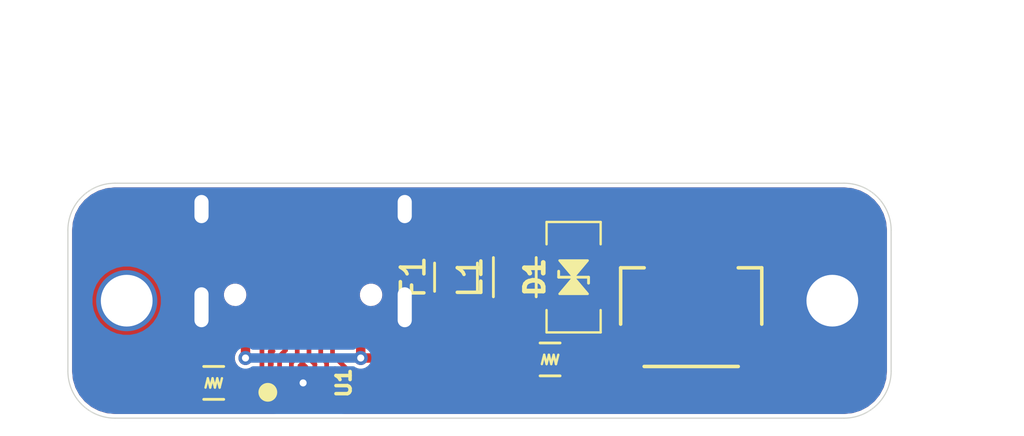
<source format=kicad_pcb>
(kicad_pcb (version 20171130) (host pcbnew "(5.1.11)-1")

  (general
    (thickness 1.6)
    (drawings 10)
    (tracks 64)
    (zones 0)
    (modules 10)
    (nets 11)
  )

  (page A4)
  (layers
    (0 F.Cu signal)
    (31 B.Cu signal)
    (32 B.Adhes user)
    (33 F.Adhes user)
    (34 B.Paste user)
    (35 F.Paste user)
    (36 B.SilkS user)
    (37 F.SilkS user)
    (38 B.Mask user)
    (39 F.Mask user)
    (40 Dwgs.User user)
    (41 Cmts.User user)
    (42 Eco1.User user)
    (43 Eco2.User user)
    (44 Edge.Cuts user)
    (45 Margin user)
    (46 B.CrtYd user)
    (47 F.CrtYd user)
    (48 B.Fab user)
    (49 F.Fab user)
  )

  (setup
    (last_trace_width 0.25)
    (user_trace_width 0.2)
    (user_trace_width 0.4)
    (trace_clearance 0.127)
    (zone_clearance 0.1524)
    (zone_45_only no)
    (trace_min 0.2)
    (via_size 0.8)
    (via_drill 0.4)
    (via_min_size 0.4)
    (via_min_drill 0.3)
    (user_via 0.5 0.3)
    (user_via 0.6 0.3)
    (uvia_size 0.3)
    (uvia_drill 0.1)
    (uvias_allowed no)
    (uvia_min_size 0.2)
    (uvia_min_drill 0.1)
    (edge_width 0.05)
    (segment_width 0.2)
    (pcb_text_width 0.3)
    (pcb_text_size 1.5 1.5)
    (mod_edge_width 0.12)
    (mod_text_size 1 1)
    (mod_text_width 0.15)
    (pad_size 1.524 1.524)
    (pad_drill 0.762)
    (pad_to_mask_clearance 0)
    (aux_axis_origin 0 0)
    (grid_origin 124.5 31.5)
    (visible_elements 7FFFFFFF)
    (pcbplotparams
      (layerselection 0x010fc_ffffffff)
      (usegerberextensions false)
      (usegerberattributes true)
      (usegerberadvancedattributes true)
      (creategerberjobfile true)
      (excludeedgelayer true)
      (linewidth 0.100000)
      (plotframeref false)
      (viasonmask false)
      (mode 1)
      (useauxorigin false)
      (hpglpennumber 1)
      (hpglpenspeed 20)
      (hpglpendiameter 15.000000)
      (psnegative false)
      (psa4output false)
      (plotreference true)
      (plotvalue true)
      (plotinvisibletext false)
      (padsonsilk false)
      (subtractmaskfromsilk false)
      (outputformat 1)
      (mirror false)
      (drillshape 0)
      (scaleselection 1)
      (outputdirectory "Gerber2/"))
  )

  (net 0 "")
  (net 1 "Net-(USB1-Pad3)")
  (net 2 "Net-(USB1-Pad9)")
  (net 3 +5V)
  (net 4 GNDPWR)
  (net 5 GND)
  (net 6 "Net-(R1-Pad2)")
  (net 7 "Net-(R2-Pad2)")
  (net 8 VBUS)
  (net 9 D-)
  (net 10 D+)

  (net_class Default "This is the default net class."
    (clearance 0.127)
    (trace_width 0.25)
    (via_dia 0.8)
    (via_drill 0.4)
    (uvia_dia 0.3)
    (uvia_drill 0.1)
    (add_net +5V)
    (add_net D+)
    (add_net D-)
    (add_net GND)
    (add_net GNDPWR)
    (add_net "Net-(R1-Pad2)")
    (add_net "Net-(R2-Pad2)")
    (add_net "Net-(USB1-Pad3)")
    (add_net "Net-(USB1-Pad9)")
    (add_net VBUS)
  )

  (module Fuse:Fuse_1206_3216Metric (layer F.Cu) (tedit 5F68FEF1) (tstamp 62EDAC5E)
    (at 138.5 30.5 90)
    (descr "Fuse SMD 1206 (3216 Metric), square (rectangular) end terminal, IPC_7351 nominal, (Body size source: http://www.tortai-tech.com/upload/download/2011102023233369053.pdf), generated with kicad-footprint-generator")
    (tags fuse)
    (path /62EDC21C)
    (attr smd)
    (fp_text reference F1 (at 0 -1.82 90) (layer F.SilkS)
      (effects (font (size 1 1) (thickness 0.15)))
    )
    (fp_text value ASMD1206-150 (at 0 1.82 90) (layer F.Fab)
      (effects (font (size 1 1) (thickness 0.15)))
    )
    (fp_line (start 2.28 1.12) (end -2.28 1.12) (layer F.CrtYd) (width 0.05))
    (fp_line (start 2.28 -1.12) (end 2.28 1.12) (layer F.CrtYd) (width 0.05))
    (fp_line (start -2.28 -1.12) (end 2.28 -1.12) (layer F.CrtYd) (width 0.05))
    (fp_line (start -2.28 1.12) (end -2.28 -1.12) (layer F.CrtYd) (width 0.05))
    (fp_line (start -0.602064 0.91) (end 0.602064 0.91) (layer F.SilkS) (width 0.12))
    (fp_line (start -0.602064 -0.91) (end 0.602064 -0.91) (layer F.SilkS) (width 0.12))
    (fp_line (start 1.6 0.8) (end -1.6 0.8) (layer F.Fab) (width 0.1))
    (fp_line (start 1.6 -0.8) (end 1.6 0.8) (layer F.Fab) (width 0.1))
    (fp_line (start -1.6 -0.8) (end 1.6 -0.8) (layer F.Fab) (width 0.1))
    (fp_line (start -1.6 0.8) (end -1.6 -0.8) (layer F.Fab) (width 0.1))
    (fp_text user %R (at 0 0 90) (layer F.Fab)
      (effects (font (size 0.8 0.8) (thickness 0.12)))
    )
    (pad 2 smd roundrect (at 1.4 0 90) (size 1.25 1.75) (layers F.Cu F.Paste F.Mask) (roundrect_rratio 0.2)
      (net 3 +5V))
    (pad 1 smd roundrect (at -1.4 0 90) (size 1.25 1.75) (layers F.Cu F.Paste F.Mask) (roundrect_rratio 0.2)
      (net 8 VBUS))
    (model ${KISYS3DMOD}/Fuse.3dshapes/Fuse_1206_3216Metric.wrl
      (at (xyz 0 0 0))
      (scale (xyz 1 1 1))
      (rotate (xyz 0 0 0))
    )
  )

  (module MountingHole:MountingHole_2.2mm_M2_ISO7380_Pad_TopOnly (layer F.Cu) (tedit 56D1B4CB) (tstamp 62EE27DC)
    (at 124.5 31.5)
    (descr "Mounting Hole 2.2mm, M2, ISO7380")
    (tags "mounting hole 2.2mm m2 iso7380")
    (path /62F124E9)
    (attr virtual)
    (fp_text reference H2 (at 0 -2.75) (layer F.Fab)
      (effects (font (size 1 1) (thickness 0.15)))
    )
    (fp_text value MountingHole (at 0 2.75) (layer F.Fab)
      (effects (font (size 1 1) (thickness 0.15)))
    )
    (fp_circle (center 0 0) (end 2 0) (layer F.CrtYd) (width 0.05))
    (fp_circle (center 0 0) (end 1.75 0) (layer Cmts.User) (width 0.15))
    (fp_text user %R (at 0.3 0) (layer F.Fab)
      (effects (font (size 1 1) (thickness 0.15)))
    )
    (pad 1 connect circle (at 0 0) (size 3.5 3.5) (layers F.Cu F.Mask))
    (pad 1 thru_hole circle (at 0 0) (size 2.6 2.6) (drill 2.2) (layers *.Cu *.Mask))
  )

  (module MountingHole:MountingHole_2.2mm_M2_ISO7380_Pad (layer F.Cu) (tedit 56D1B4CB) (tstamp 62EDC8AA)
    (at 154.5 31.5)
    (descr "Mounting Hole 2.2mm, M2, ISO7380")
    (tags "mounting hole 2.2mm m2 iso7380")
    (path /62F10B2F)
    (attr virtual)
    (fp_text reference H1 (at 0 -2.75) (layer F.Fab)
      (effects (font (size 1 1) (thickness 0.15)))
    )
    (fp_text value 2.2 (at 0 2.75) (layer F.Fab)
      (effects (font (size 1 1) (thickness 0.15)))
    )
    (fp_circle (center 0 0) (end 2 0) (layer F.CrtYd) (width 0.05))
    (fp_circle (center 0 0) (end 1.75 0) (layer Cmts.User) (width 0.15))
    (fp_text user %R (at 0.3 0) (layer F.Fab)
      (effects (font (size 1 1) (thickness 0.15)))
    )
    (pad 1 thru_hole circle (at 0 0) (size 3.5 3.5) (drill 2.2) (layers *.Cu *.Mask)
      (net 4 GNDPWR))
  )

  (module sanproject-keyboard-part:USON-10_2.5x1.0mm_P0.5mm (layer F.Cu) (tedit 5E77E520) (tstamp 62EDAA5B)
    (at 132 35 90)
    (descr "USON-10 2.5x1.0mm_ Pitch 0.5mm http://www.ti.com/lit/ds/symlink/tpd4e02b04.pdf")
    (tags "USON-10 2.5x1.0mm Pitch 0.5mm")
    (path /62EF4C90)
    (attr smd)
    (fp_text reference U1 (at 0 1.7272 90) (layer F.SilkS)
      (effects (font (size 0.6 0.6) (thickness 0.15)))
    )
    (fp_text value TPD4E05U06DQAR (at 0.8024 0) (layer F.Fab)
      (effects (font (size 0.254 0.254) (thickness 0.0635)))
    )
    (fp_line (start -0.25 -1.25) (end -0.5 -1) (layer F.Fab) (width 0.1))
    (fp_line (start -0.91 -1.5) (end 0.91 -1.5) (layer F.CrtYd) (width 0.05))
    (fp_line (start -0.91 1.5) (end -0.91 -1.5) (layer F.CrtYd) (width 0.05))
    (fp_line (start 0.91 1.5) (end -0.91 1.5) (layer F.CrtYd) (width 0.05))
    (fp_line (start 0.91 -1.5) (end 0.91 1.5) (layer F.CrtYd) (width 0.05))
    (fp_line (start -0.5 1.25) (end 0.5 1.25) (layer F.Fab) (width 0.1))
    (fp_line (start -0.5 -1) (end -0.5 1.25) (layer F.Fab) (width 0.1))
    (fp_line (start 0.5 -1.25) (end -0.25 -1.25) (layer F.Fab) (width 0.1))
    (fp_line (start 0.5 -1.25) (end 0.5 1.25) (layer F.Fab) (width 0.1))
    (fp_circle (center -0.4 -1.5) (end -0.4 -1.5) (layer F.SilkS) (width 0.4))
    (fp_text user ${REFERENCE} (at 0 0) (layer F.Fab)
      (effects (font (size 0.55 0.55) (thickness 0.1)))
    )
    (pad 8 smd rect (at 0.385 0) (size 0.3 0.55) (layers F.Cu F.Paste F.Mask)
      (net 4 GNDPWR))
    (pad 10 smd rect (at 0.385 -1) (size 0.25 0.55) (layers F.Cu F.Paste F.Mask)
      (net 10 D+))
    (pad 7 smd rect (at 0.385 0.5) (size 0.25 0.55) (layers F.Cu F.Paste F.Mask)
      (net 10 D+))
    (pad 6 smd rect (at 0.385 1) (size 0.25 0.55) (layers F.Cu F.Paste F.Mask)
      (net 9 D-))
    (pad 9 smd rect (at 0.385 -0.5) (size 0.25 0.55) (layers F.Cu F.Paste F.Mask)
      (net 9 D-))
    (pad 5 smd rect (at -0.385 1) (size 0.25 0.55) (layers F.Cu F.Paste F.Mask)
      (net 9 D-))
    (pad 4 smd rect (at -0.385 0.5) (size 0.25 0.55) (layers F.Cu F.Paste F.Mask)
      (net 10 D+))
    (pad 3 smd rect (at -0.385 0) (size 0.3 0.55) (layers F.Cu F.Paste F.Mask)
      (net 4 GNDPWR))
    (pad 2 smd rect (at -0.385 -0.5) (size 0.25 0.55) (layers F.Cu F.Paste F.Mask)
      (net 9 D-))
    (pad 1 smd roundrect (at -0.385 -1) (size 0.25 0.55) (layers F.Cu F.Paste F.Mask) (roundrect_rratio 0.5)
      (net 10 D+))
    (model ${KISYS3DMOD}/Package_SON.3dshapes/USON-10_2.5x1.0mm_P0.5mm.wrl
      (at (xyz 0 0 0))
      (scale (xyz 1 1 1))
      (rotate (xyz 0 0 0))
    )
  )

  (module sanproject-keyboard-part:R_0603 (layer F.Cu) (tedit 61520006) (tstamp 62EDA0DE)
    (at 128.2 35)
    (descr "Resistor SMD 0603 (1608 Metric), square (rectangular) end terminal, IPC_7351 nominal, (Body size source: IPC-SM-782 page 72, https://www.pcb-3d.com/wordpress/wp-content/uploads/ipc-sm-782a_amendment_1_and_2.pdf), generated with kicad-footprint-generator")
    (tags resistor)
    (path /62EDBAB7)
    (attr smd)
    (fp_text reference R2 (at 0 -1.43) (layer F.Fab)
      (effects (font (size 1 1) (thickness 0.15)))
    )
    (fp_text value 5.1k (at 0 1.43) (layer F.Fab)
      (effects (font (size 1 1) (thickness 0.15)))
    )
    (fp_line (start 0.15 -0.2) (end 0.25 0.2) (layer F.SilkS) (width 0.1))
    (fp_line (start 0.05 0.2) (end 0.15 -0.2) (layer F.SilkS) (width 0.1))
    (fp_line (start -0.05 -0.2) (end 0.05 0.2) (layer F.SilkS) (width 0.1))
    (fp_line (start -0.15 0.2) (end -0.05 -0.2) (layer F.SilkS) (width 0.1))
    (fp_line (start -0.35 0.2) (end -0.25 -0.2) (layer F.SilkS) (width 0.1))
    (fp_line (start -0.25 -0.2) (end -0.15 0.2) (layer F.SilkS) (width 0.1))
    (fp_line (start 0.25 0.2) (end 0.35 -0.2) (layer F.SilkS) (width 0.1))
    (fp_line (start 1.48 0.73) (end -1.48 0.73) (layer F.CrtYd) (width 0.05))
    (fp_line (start 1.48 -0.73) (end 1.48 0.73) (layer F.CrtYd) (width 0.05))
    (fp_line (start -1.48 -0.73) (end 1.48 -0.73) (layer F.CrtYd) (width 0.05))
    (fp_line (start -1.48 0.73) (end -1.48 -0.73) (layer F.CrtYd) (width 0.05))
    (fp_line (start -0.425 0.7) (end 0.425 0.7) (layer F.SilkS) (width 0.12))
    (fp_line (start -0.425 -0.7) (end 0.425 -0.7) (layer F.SilkS) (width 0.12))
    (fp_line (start 0.8 0.4125) (end -0.8 0.4125) (layer F.Fab) (width 0.1))
    (fp_line (start 0.8 -0.4125) (end 0.8 0.4125) (layer F.Fab) (width 0.1))
    (fp_line (start -0.8 -0.4125) (end 0.8 -0.4125) (layer F.Fab) (width 0.1))
    (fp_line (start -0.8 0.4125) (end -0.8 -0.4125) (layer F.Fab) (width 0.1))
    (fp_text user %R (at 0 0) (layer F.Fab)
      (effects (font (size 0.4 0.4) (thickness 0.06)))
    )
    (pad 2 smd rect (at 0.825 0) (size 0.8 0.95) (layers F.Cu F.Paste F.Mask)
      (net 7 "Net-(R2-Pad2)"))
    (pad 1 smd rect (at -0.825 0) (size 0.8 0.95) (layers F.Cu F.Paste F.Mask)
      (net 4 GNDPWR))
    (model ${KISYS3DMOD}/Resistor_SMD.3dshapes/R_0603_1608Metric.wrl
      (at (xyz 0 0 0))
      (scale (xyz 1 1 1))
      (rotate (xyz 0 0 0))
    )
  )

  (module sanproject-keyboard-part:R_0603 (layer F.Cu) (tedit 61520006) (tstamp 62EDA0C6)
    (at 142.5 34 180)
    (descr "Resistor SMD 0603 (1608 Metric), square (rectangular) end terminal, IPC_7351 nominal, (Body size source: IPC-SM-782 page 72, https://www.pcb-3d.com/wordpress/wp-content/uploads/ipc-sm-782a_amendment_1_and_2.pdf), generated with kicad-footprint-generator")
    (tags resistor)
    (path /62EDB4D2)
    (attr smd)
    (fp_text reference R1 (at 0 -1.43) (layer F.Fab)
      (effects (font (size 1 1) (thickness 0.15)))
    )
    (fp_text value 5.1k (at 0 1.43) (layer F.Fab)
      (effects (font (size 1 1) (thickness 0.15)))
    )
    (fp_line (start 0.15 -0.2) (end 0.25 0.2) (layer F.SilkS) (width 0.1))
    (fp_line (start 0.05 0.2) (end 0.15 -0.2) (layer F.SilkS) (width 0.1))
    (fp_line (start -0.05 -0.2) (end 0.05 0.2) (layer F.SilkS) (width 0.1))
    (fp_line (start -0.15 0.2) (end -0.05 -0.2) (layer F.SilkS) (width 0.1))
    (fp_line (start -0.35 0.2) (end -0.25 -0.2) (layer F.SilkS) (width 0.1))
    (fp_line (start -0.25 -0.2) (end -0.15 0.2) (layer F.SilkS) (width 0.1))
    (fp_line (start 0.25 0.2) (end 0.35 -0.2) (layer F.SilkS) (width 0.1))
    (fp_line (start 1.48 0.73) (end -1.48 0.73) (layer F.CrtYd) (width 0.05))
    (fp_line (start 1.48 -0.73) (end 1.48 0.73) (layer F.CrtYd) (width 0.05))
    (fp_line (start -1.48 -0.73) (end 1.48 -0.73) (layer F.CrtYd) (width 0.05))
    (fp_line (start -1.48 0.73) (end -1.48 -0.73) (layer F.CrtYd) (width 0.05))
    (fp_line (start -0.425 0.7) (end 0.425 0.7) (layer F.SilkS) (width 0.12))
    (fp_line (start -0.425 -0.7) (end 0.425 -0.7) (layer F.SilkS) (width 0.12))
    (fp_line (start 0.8 0.4125) (end -0.8 0.4125) (layer F.Fab) (width 0.1))
    (fp_line (start 0.8 -0.4125) (end 0.8 0.4125) (layer F.Fab) (width 0.1))
    (fp_line (start -0.8 -0.4125) (end 0.8 -0.4125) (layer F.Fab) (width 0.1))
    (fp_line (start -0.8 0.4125) (end -0.8 -0.4125) (layer F.Fab) (width 0.1))
    (fp_text user %R (at 0 0) (layer F.Fab)
      (effects (font (size 0.4 0.4) (thickness 0.06)))
    )
    (pad 2 smd rect (at 0.825 0 180) (size 0.8 0.95) (layers F.Cu F.Paste F.Mask)
      (net 6 "Net-(R1-Pad2)"))
    (pad 1 smd rect (at -0.825 0 180) (size 0.8 0.95) (layers F.Cu F.Paste F.Mask)
      (net 4 GNDPWR))
    (model ${KISYS3DMOD}/Resistor_SMD.3dshapes/R_0603_1608Metric.wrl
      (at (xyz 0 0 0))
      (scale (xyz 1 1 1))
      (rotate (xyz 0 0 0))
    )
  )

  (module Inductor_SMD:L_1206_3216Metric (layer F.Cu) (tedit 5F68FEF0) (tstamp 62EDA0AE)
    (at 141 30.5 90)
    (descr "Inductor SMD 1206 (3216 Metric), square (rectangular) end terminal, IPC_7351 nominal, (Body size source: IPC-SM-782 page 80, https://www.pcb-3d.com/wordpress/wp-content/uploads/ipc-sm-782a_amendment_1_and_2.pdf), generated with kicad-footprint-generator")
    (tags inductor)
    (path /62EDF61D)
    (attr smd)
    (fp_text reference L1 (at 0 -1.9 90) (layer F.SilkS)
      (effects (font (size 1 1) (thickness 0.15)))
    )
    (fp_text value 60R100Mhz (at 0 1.9 90) (layer F.Fab)
      (effects (font (size 1 1) (thickness 0.15)))
    )
    (fp_line (start 2.35 1.2) (end -2.35 1.2) (layer F.CrtYd) (width 0.05))
    (fp_line (start 2.35 -1.2) (end 2.35 1.2) (layer F.CrtYd) (width 0.05))
    (fp_line (start -2.35 -1.2) (end 2.35 -1.2) (layer F.CrtYd) (width 0.05))
    (fp_line (start -2.35 1.2) (end -2.35 -1.2) (layer F.CrtYd) (width 0.05))
    (fp_line (start -0.835242 0.91) (end 0.835242 0.91) (layer F.SilkS) (width 0.12))
    (fp_line (start -0.835242 -0.91) (end 0.835242 -0.91) (layer F.SilkS) (width 0.12))
    (fp_line (start 1.6 0.8) (end -1.6 0.8) (layer F.Fab) (width 0.1))
    (fp_line (start 1.6 -0.8) (end 1.6 0.8) (layer F.Fab) (width 0.1))
    (fp_line (start -1.6 -0.8) (end 1.6 -0.8) (layer F.Fab) (width 0.1))
    (fp_line (start -1.6 0.8) (end -1.6 -0.8) (layer F.Fab) (width 0.1))
    (fp_text user %R (at 0 0 90) (layer F.Fab)
      (effects (font (size 0.8 0.8) (thickness 0.12)))
    )
    (pad 2 smd roundrect (at 1.575 0 90) (size 1.05 1.9) (layers F.Cu F.Paste F.Mask) (roundrect_rratio 0.238095)
      (net 5 GND))
    (pad 1 smd roundrect (at -1.575 0 90) (size 1.05 1.9) (layers F.Cu F.Paste F.Mask) (roundrect_rratio 0.238095)
      (net 4 GNDPWR))
    (model ${KISYS3DMOD}/Inductor_SMD.3dshapes/L_1206_3216Metric.wrl
      (at (xyz 0 0 0))
      (scale (xyz 1 1 1))
      (rotate (xyz 0 0 0))
    )
  )

  (module sanproject-keyboard-part:D_SOD-123_Bidirectional (layer F.Cu) (tedit 5DCC5082) (tstamp 62EDB003)
    (at 143.5 30.5 90)
    (descr SOD-123)
    (tags SOD-123)
    (path /62EDDA3C)
    (attr smd)
    (fp_text reference D1 (at 0 -1.651 90) (layer F.SilkS)
      (effects (font (size 0.8 0.8) (thickness 0.2)))
    )
    (fp_text value SMF9.0CA (at 0 -1.509 270) (layer F.Fab)
      (effects (font (size 0.5 0.5) (thickness 0.125)))
    )
    (fp_line (start -2.35 -1.15) (end -1.4 -1.15) (layer F.SilkS) (width 0.1016))
    (fp_line (start -2.35 1.15) (end -1.4 1.15) (layer F.SilkS) (width 0.1016))
    (fp_line (start -2.35 1.15) (end -2.35 -1.15) (layer F.SilkS) (width 0.1016))
    (fp_line (start 2.35 -1.15) (end 1.4 -1.15) (layer F.SilkS) (width 0.1016))
    (fp_line (start 2.35 1.15) (end 1.4 1.15) (layer F.SilkS) (width 0.1016))
    (fp_line (start 2.35 -1.15) (end 2.35 1.15) (layer F.SilkS) (width 0.1016))
    (fp_line (start 0.25 0) (end 0.75 0) (layer F.Fab) (width 0.1))
    (fp_line (start 0.25 0.4) (end -0.35 0) (layer F.Fab) (width 0.1))
    (fp_line (start 0.25 -0.4) (end 0.25 0.4) (layer F.Fab) (width 0.1))
    (fp_line (start -0.35 0) (end 0.25 -0.4) (layer F.Fab) (width 0.1))
    (fp_line (start -0.35 0) (end -0.35 0.55) (layer F.Fab) (width 0.1))
    (fp_line (start -0.35 0) (end -0.35 -0.55) (layer F.Fab) (width 0.1))
    (fp_line (start -0.75 0) (end -0.35 0) (layer F.Fab) (width 0.1))
    (fp_line (start -1.4 0.9) (end -1.4 -0.9) (layer F.Fab) (width 0.1))
    (fp_line (start 1.4 0.9) (end -1.4 0.9) (layer F.Fab) (width 0.1))
    (fp_line (start 1.4 -0.9) (end 1.4 0.9) (layer F.Fab) (width 0.1))
    (fp_line (start -1.4 -0.9) (end 1.4 -0.9) (layer F.Fab) (width 0.1))
    (fp_line (start -2.35 -1.15) (end 2.35 -1.15) (layer F.CrtYd) (width 0.05))
    (fp_line (start 2.35 -1.15) (end 2.35 1.15) (layer F.CrtYd) (width 0.05))
    (fp_line (start 2.35 1.15) (end -2.35 1.15) (layer F.CrtYd) (width 0.05))
    (fp_line (start -2.35 -1.15) (end -2.35 1.15) (layer F.CrtYd) (width 0.05))
    (fp_poly (pts (xy 0 0) (xy -0.711 0.6) (xy -0.711 -0.6)) (layer F.SilkS) (width 0.1))
    (fp_poly (pts (xy 0 0) (xy 0.711 -0.6) (xy 0.711 0.6)) (layer F.SilkS) (width 0.1))
    (fp_line (start 0 0.635) (end 0 -0.635) (layer F.SilkS) (width 0.12))
    (fp_line (start 0 -0.635) (end 0.254 -0.635) (layer F.SilkS) (width 0.12))
    (fp_line (start 0 0.635) (end -0.254 0.635) (layer F.SilkS) (width 0.12))
    (fp_text user ${REFERENCE} (at 0 -1.397 270) (layer F.Fab)
      (effects (font (size 0.5 0.5) (thickness 0.125)))
    )
    (pad 2 smd roundrect (at 1.65 0 90) (size 1 1.2) (layers F.Cu F.Paste F.Mask) (roundrect_rratio 0.25)
      (net 3 +5V))
    (pad 1 smd roundrect (at -1.65 0 90) (size 1 1.2) (layers F.Cu F.Paste F.Mask) (roundrect_rratio 0.25)
      (net 4 GNDPWR))
    (model ${KISYS3DMOD}/Diode_SMD.3dshapes/D_SOD-123.wrl
      (at (xyz 0 0 0))
      (scale (xyz 1 1 1))
      (rotate (xyz 0 0 0))
    )
  )

  (module sanproject-keyboard-part:JST-SR-4 (layer F.Cu) (tedit 62FF46D1) (tstamp 62ED9BA7)
    (at 148.5 34.5)
    (path /62EDA3D9)
    (attr smd)
    (fp_text reference J1 (at 0 -6.5 -180) (layer B.Fab)
      (effects (font (size 1 1) (thickness 0.15)) (justify mirror))
    )
    (fp_text value Conn_01x04_Male (at 0 1 -180) (layer F.Fab)
      (effects (font (size 1 1) (thickness 0.15)))
    )
    (fp_line (start -3 -4.4) (end -2 -4.4) (layer F.SilkS) (width 0.15))
    (fp_line (start -3 -2) (end -3 -4.4) (layer F.SilkS) (width 0.15))
    (fp_line (start 2 -0.2) (end -2 -0.2) (layer F.SilkS) (width 0.15))
    (fp_line (start 3 -4.4) (end 3 -2) (layer F.SilkS) (width 0.15))
    (fp_line (start 2 -4.4) (end 3 -4.4) (layer F.SilkS) (width 0.15))
    (fp_line (start 3 -4.4) (end 3 -0.2) (layer B.CrtYd) (width 0.15))
    (fp_line (start -3 -4.4) (end 3 -4.4) (layer B.CrtYd) (width 0.15))
    (fp_line (start -3 -0.2) (end -3 -4.4) (layer B.CrtYd) (width 0.15))
    (fp_line (start 3 -0.2) (end -3 -0.2) (layer B.CrtYd) (width 0.15))
    (pad "" smd rect (at 2.8 -0.9) (size 1.2 1.8) (layers F.Cu F.Paste F.Mask))
    (pad "" smd rect (at -2.8 -0.9) (size 1.2 1.8) (layers F.Cu F.Paste F.Mask))
    (pad 1 smd rect (at -1.5 -4.775) (size 0.6 1.55) (layers F.Cu F.Paste F.Mask)
      (net 3 +5V))
    (pad 2 smd rect (at -0.5 -4.775) (size 0.6 1.55) (layers F.Cu F.Paste F.Mask)
      (net 9 D-))
    (pad 4 smd rect (at 1.5 -4.775) (size 0.6 1.55) (layers F.Cu F.Paste F.Mask)
      (net 5 GND))
    (pad 3 smd rect (at 0.5 -4.775) (size 0.6 1.55) (layers F.Cu F.Paste F.Mask)
      (net 10 D+))
    (model "D:/PCB Design/KiCad/Lib/SM04B-SRSS-TB.step"
      (offset (xyz 0 4 -0.5))
      (scale (xyz 1 1 1))
      (rotate (xyz -90 0 0))
    )
  )

  (module sanproject-keyboard-part:HRO-TYPE-C-31-M-12-Assembly (layer F.Cu) (tedit 6315B8C2) (tstamp 62ED9A41)
    (at 132 25 180)
    (path /62ED97BC)
    (attr smd)
    (fp_text reference USB1 (at 0 -9.25) (layer F.Fab)
      (effects (font (size 1 1) (thickness 0.15)))
    )
    (fp_text value HRO-TYPE-C-31-M-12-Type-C (at 0 1.15) (layer Dwgs.User)
      (effects (font (size 1 1) (thickness 0.15)))
    )
    (fp_line (start -4.47 -7.3) (end 4.47 -7.3) (layer Dwgs.User) (width 0.15))
    (fp_line (start 4.47 0) (end 4.47 -7.3) (layer Dwgs.User) (width 0.15))
    (fp_line (start -4.47 0) (end -4.47 -7.3) (layer Dwgs.User) (width 0.15))
    (fp_line (start -4.47 0) (end 4.47 0) (layer Dwgs.User) (width 0.15))
    (fp_line (start -4.5 -7.5) (end 4.5 -7.5) (layer F.CrtYd) (width 0.15))
    (fp_line (start 4.5 -7.5) (end 4.5 0) (layer F.CrtYd) (width 0.15))
    (fp_line (start 4.5 0) (end -4.5 0) (layer F.CrtYd) (width 0.15))
    (fp_line (start -4.5 0) (end -4.5 -7.5) (layer F.CrtYd) (width 0.15))
    (fp_line (start -3.75 -7.5) (end -3.75 -8.5) (layer F.CrtYd) (width 0.15))
    (fp_line (start -3.75 -8.5) (end 3.75 -8.5) (layer F.CrtYd) (width 0.15))
    (fp_line (start 3.75 -8.5) (end 3.75 -7.5) (layer F.CrtYd) (width 0.15))
    (fp_text user %R (at 0 -9.25) (layer F.Fab)
      (effects (font (size 1 1) (thickness 0.15)))
    )
    (pad 12 smd rect (at 3.225 -7.695 180) (size 0.6 1.45) (layers F.Cu F.Paste F.Mask)
      (net 4 GNDPWR))
    (pad 1 smd rect (at -3.225 -7.695 180) (size 0.6 1.45) (layers F.Cu F.Paste F.Mask)
      (net 4 GNDPWR))
    (pad 11 smd rect (at 2.45 -7.695 180) (size 0.6 1.45) (layers F.Cu F.Paste F.Mask)
      (net 8 VBUS))
    (pad 2 smd rect (at -2.45 -7.695 180) (size 0.6 1.45) (layers F.Cu F.Paste F.Mask)
      (net 8 VBUS))
    (pad 3 smd rect (at -1.75 -7.695 180) (size 0.3 1.45) (layers F.Cu F.Paste F.Mask)
      (net 1 "Net-(USB1-Pad3)"))
    (pad 10 smd rect (at 1.75 -7.695 180) (size 0.3 1.45) (layers F.Cu F.Paste F.Mask)
      (net 7 "Net-(R2-Pad2)"))
    (pad 4 smd rect (at -1.25 -7.695 180) (size 0.3 1.45) (layers F.Cu F.Paste F.Mask)
      (net 6 "Net-(R1-Pad2)"))
    (pad 9 smd rect (at 1.25 -7.695 180) (size 0.3 1.45) (layers F.Cu F.Paste F.Mask)
      (net 2 "Net-(USB1-Pad9)"))
    (pad 5 smd rect (at -0.75 -7.695 180) (size 0.3 1.45) (layers F.Cu F.Paste F.Mask)
      (net 9 D-))
    (pad 8 smd rect (at 0.75 -7.695 180) (size 0.3 1.45) (layers F.Cu F.Paste F.Mask)
      (net 10 D+))
    (pad 7 smd rect (at 0.25 -7.695 180) (size 0.3 1.45) (layers F.Cu F.Paste F.Mask)
      (net 9 D-))
    (pad 6 smd rect (at -0.25 -7.695 180) (size 0.3 1.45) (layers F.Cu F.Paste F.Mask)
      (net 10 D+))
    (pad "" np_thru_hole circle (at 2.89 -6.25 180) (size 0.65 0.65) (drill 0.65) (layers *.Cu *.Mask))
    (pad "" np_thru_hole circle (at -2.89 -6.25 180) (size 0.65 0.65) (drill 0.65) (layers *.Cu *.Mask))
    (pad 13 thru_hole oval (at -4.32 -6.78 180) (size 1 2.1) (drill oval 0.6 1.7) (layers *.Cu *.Mask F.Paste)
      (net 4 GNDPWR))
    (pad 13 thru_hole oval (at 4.32 -6.78 180) (size 1 2.1) (drill oval 0.6 1.7) (layers *.Cu *.Mask F.Paste)
      (net 4 GNDPWR))
    (pad 13 thru_hole oval (at -4.32 -2.6 180) (size 1 1.6) (drill oval 0.6 1.2) (layers *.Cu *.Mask F.Paste)
      (net 4 GNDPWR))
    (pad 13 thru_hole oval (at 4.32 -2.6 180) (size 1 1.6) (drill oval 0.6 1.2) (layers *.Cu *.Mask F.Paste)
      (net 4 GNDPWR))
    (model ${MXCOMP}/AlexandriaLibrary-master/3d_models/TYPE-C-31-M-12.step
      (offset (xyz -4.5 0 0))
      (scale (xyz 1 1 1))
      (rotate (xyz -90 0 0))
    )
  )

  (dimension 10 (width 0.1) (layer Eco1.User)
    (gr_text "10.000 mm" (at 161.25 31.5 270) (layer Eco1.User)
      (effects (font (size 1 1) (thickness 0.15)))
    )
    (feature1 (pts (xy 155 36.5) (xy 160.586421 36.5)))
    (feature2 (pts (xy 155 26.5) (xy 160.586421 26.5)))
    (crossbar (pts (xy 160 26.5) (xy 160 36.5)))
    (arrow1a (pts (xy 160 36.5) (xy 159.413579 35.373496)))
    (arrow1b (pts (xy 160 36.5) (xy 160.586421 35.373496)))
    (arrow2a (pts (xy 160 26.5) (xy 159.413579 27.626504)))
    (arrow2b (pts (xy 160 26.5) (xy 160.586421 27.626504)))
  )
  (dimension 35 (width 0.1) (layer Eco1.User)
    (gr_text "35.000 mm" (at 139.5 19.45) (layer Eco1.User)
      (effects (font (size 1 1) (thickness 0.15)))
    )
    (feature1 (pts (xy 157 28.5) (xy 157 20.113579)))
    (feature2 (pts (xy 122 28.5) (xy 122 20.113579)))
    (crossbar (pts (xy 122 20.7) (xy 157 20.7)))
    (arrow1a (pts (xy 157 20.7) (xy 155.873496 21.286421)))
    (arrow1b (pts (xy 157 20.7) (xy 155.873496 20.113579)))
    (arrow2a (pts (xy 122 20.7) (xy 123.126504 21.286421)))
    (arrow2b (pts (xy 122 20.7) (xy 123.126504 20.113579)))
  )
  (gr_arc (start 155 34.5) (end 155 36.5) (angle -90) (layer Edge.Cuts) (width 0.05) (tstamp 62EE114D))
  (gr_arc (start 155 28.5) (end 157 28.5) (angle -90) (layer Edge.Cuts) (width 0.05) (tstamp 62EE114D))
  (gr_arc (start 124 34.5) (end 122 34.5) (angle -90) (layer Edge.Cuts) (width 0.05) (tstamp 62EE114D))
  (gr_arc (start 124 28.5) (end 124 26.5) (angle -90) (layer Edge.Cuts) (width 0.05))
  (gr_line (start 122 34.5) (end 122 28.5) (layer Edge.Cuts) (width 0.05))
  (gr_line (start 155 36.5) (end 124 36.5) (layer Edge.Cuts) (width 0.05))
  (gr_line (start 157 28.5) (end 157 34.5) (layer Edge.Cuts) (width 0.05))
  (gr_line (start 124 26.5) (end 155 26.5) (layer Edge.Cuts) (width 0.05))

  (segment (start 142.15 30.2) (end 143.5 28.85) (width 0.4) (layer F.Cu) (net 3))
  (segment (start 139.4 30.2) (end 142.15 30.2) (width 0.4) (layer F.Cu) (net 3))
  (segment (start 138.5 29.3) (end 139.4 30.2) (width 0.4) (layer F.Cu) (net 3))
  (segment (start 144.375 29.725) (end 143.5 28.85) (width 0.4) (layer F.Cu) (net 3))
  (segment (start 147 29.725) (end 144.375 29.725) (width 0.4) (layer F.Cu) (net 3))
  (via (at 132 35) (size 0.5) (drill 0.3) (layers F.Cu B.Cu) (net 4))
  (segment (start 132 34.615) (end 132 35) (width 0.2) (layer F.Cu) (net 4))
  (segment (start 132 35) (end 132 35.385) (width 0.2) (layer F.Cu) (net 4))
  (segment (start 150 27.5) (end 150 29.725) (width 0.4) (layer F.Cu) (net 5))
  (segment (start 142.425 27.5) (end 150 27.5) (width 0.4) (layer F.Cu) (net 5))
  (segment (start 141 28.925) (end 142.425 27.5) (width 0.4) (layer F.Cu) (net 5))
  (segment (start 140.975 34.7) (end 141.675 34) (width 0.2) (layer F.Cu) (net 6))
  (segment (start 133.25 33.8) (end 134.15 34.7) (width 0.2) (layer F.Cu) (net 6))
  (segment (start 134.15 34.7) (end 140.975 34.7) (width 0.2) (layer F.Cu) (net 6))
  (segment (start 133.25 32.695) (end 133.25 33.8) (width 0.2) (layer F.Cu) (net 6))
  (segment (start 130.25 32.695) (end 130.25 34.6) (width 0.2) (layer F.Cu) (net 7))
  (segment (start 130.25 34.6) (end 129.85 35) (width 0.2) (layer F.Cu) (net 7))
  (segment (start 129.85 35) (end 129.025 35) (width 0.2) (layer F.Cu) (net 7))
  (segment (start 129.55 33.939999) (end 129.55 33.939999) (width 0.4) (layer F.Cu) (net 8))
  (segment (start 134.45 32.695) (end 134.45 33.939999) (width 0.4) (layer F.Cu) (net 8))
  (segment (start 134.45 33.939999) (end 134.45 33.939999) (width 0.4) (layer F.Cu) (net 8) (tstamp 62EDAB27))
  (via (at 134.45 33.939999) (size 0.6) (drill 0.3) (layers F.Cu B.Cu) (net 8))
  (segment (start 129.55 33.939999) (end 129.55 32.695) (width 0.4) (layer F.Cu) (net 8) (tstamp 62EDAB29))
  (via (at 129.55 33.939999) (size 0.6) (drill 0.3) (layers F.Cu B.Cu) (net 8))
  (segment (start 134.45 33.939999) (end 129.55 33.939999) (width 0.4) (layer B.Cu) (net 8))
  (segment (start 134.45 33.939999) (end 138.060001 33.939999) (width 0.4) (layer F.Cu) (net 8))
  (segment (start 138.5 33.5) (end 138.5 31.7) (width 0.4) (layer F.Cu) (net 8))
  (segment (start 138.060001 33.939999) (end 138.5 33.5) (width 0.4) (layer F.Cu) (net 8))
  (segment (start 131.75 33.89) (end 131.75 32.695) (width 0.2) (layer F.Cu) (net 9))
  (segment (start 131.5 34.14) (end 131.75 33.89) (width 0.2) (layer F.Cu) (net 9))
  (segment (start 131.5 34.615) (end 131.5 34.14) (width 0.2) (layer F.Cu) (net 9))
  (segment (start 132.75 33.89) (end 132.75 32.695) (width 0.2) (layer F.Cu) (net 9))
  (segment (start 133 34.14) (end 132.75 33.89) (width 0.2) (layer F.Cu) (net 9))
  (segment (start 133 34.615) (end 133 34.14) (width 0.2) (layer F.Cu) (net 9))
  (segment (start 131.5 34.615) (end 131.5 35.385) (width 0.2) (layer F.Cu) (net 9))
  (segment (start 133 34.615) (end 133 35.385) (width 0.2) (layer F.Cu) (net 9))
  (segment (start 132.75 31.437539) (end 132.75 32.695) (width 0.2) (layer F.Cu) (net 9))
  (segment (start 132.385451 31.07299) (end 132.75 31.437539) (width 0.2) (layer F.Cu) (net 9))
  (segment (start 132.114549 31.07299) (end 132.385451 31.07299) (width 0.2) (layer F.Cu) (net 9))
  (segment (start 131.75 31.437539) (end 132.114549 31.07299) (width 0.2) (layer F.Cu) (net 9))
  (segment (start 131.75 32.695) (end 131.75 31.437539) (width 0.2) (layer F.Cu) (net 9))
  (segment (start 148 30.887501) (end 148 29.725) (width 0.2) (layer F.Cu) (net 9))
  (segment (start 148.275 31.162501) (end 148 30.887501) (width 0.2) (layer F.Cu) (net 9))
  (segment (start 148.275 35.0068) (end 148.275 31.162501) (width 0.2) (layer F.Cu) (net 9))
  (segment (start 147.8968 35.385) (end 148.275 35.0068) (width 0.2) (layer F.Cu) (net 9))
  (segment (start 133 35.385) (end 147.8968 35.385) (width 0.2) (layer F.Cu) (net 9))
  (segment (start 131 33.860002) (end 131 34.615) (width 0.2) (layer F.Cu) (net 10))
  (segment (start 131.25 33.610002) (end 131 33.860002) (width 0.2) (layer F.Cu) (net 10))
  (segment (start 131.25 32.695) (end 131.25 33.610002) (width 0.2) (layer F.Cu) (net 10))
  (segment (start 132.25 33.955699) (end 132.25 32.695) (width 0.2) (layer F.Cu) (net 10))
  (segment (start 132.5 34.205699) (end 132.25 33.955699) (width 0.2) (layer F.Cu) (net 10))
  (segment (start 132.5 34.615) (end 132.5 34.205699) (width 0.2) (layer F.Cu) (net 10))
  (segment (start 131 34.615) (end 131 35.385) (width 0.2) (layer F.Cu) (net 10))
  (segment (start 132.5 34.615) (end 132.5 35.385) (width 0.2) (layer F.Cu) (net 10))
  (segment (start 132.5 35.385) (end 132.5 36) (width 0.2) (layer F.Cu) (net 10))
  (segment (start 131 36) (end 132.5 36) (width 0.2) (layer F.Cu) (net 10))
  (segment (start 131 35.385) (end 131 36) (width 0.2) (layer F.Cu) (net 10))
  (segment (start 149 30.887501) (end 149 29.725) (width 0.2) (layer F.Cu) (net 10))
  (segment (start 148.725 35.1932) (end 148.725 31.162501) (width 0.2) (layer F.Cu) (net 10))
  (segment (start 148.0932 35.825) (end 148.725 35.1932) (width 0.2) (layer F.Cu) (net 10))
  (segment (start 133.675 35.825) (end 148.0932 35.825) (width 0.2) (layer F.Cu) (net 10))
  (segment (start 148.725 31.162501) (end 149 30.887501) (width 0.2) (layer F.Cu) (net 10))
  (segment (start 133.5 36) (end 133.675 35.825) (width 0.2) (layer F.Cu) (net 10))
  (segment (start 132.5 36) (end 133.5 36) (width 0.2) (layer F.Cu) (net 10))

  (zone (net 4) (net_name GNDPWR) (layer F.Cu) (tstamp 62F78BFA) (hatch edge 0.508)
    (connect_pads yes (clearance 0.1524))
    (min_thickness 0.1524)
    (fill yes (arc_segments 32) (thermal_gap 0.508) (thermal_bridge_width 0.508))
    (polygon
      (pts
        (xy 157 36.5) (xy 122 36.6) (xy 122 26.5) (xy 157 26.5)
      )
    )
    (filled_polygon
      (pts
        (xy 155.338978 26.788054) (xy 155.66504 26.886498) (xy 155.965768 27.046399) (xy 156.229717 27.26167) (xy 156.446823 27.524106)
        (xy 156.608819 27.823712) (xy 156.709538 28.149082) (xy 156.746398 28.499778) (xy 156.7464 28.500321) (xy 156.746401 34.487583)
        (xy 156.711946 34.838978) (xy 156.613504 35.165035) (xy 156.453601 35.46577) (xy 156.23833 35.729717) (xy 155.975894 35.946823)
        (xy 155.676288 36.108819) (xy 155.350917 36.209538) (xy 155.000221 36.246398) (xy 154.99968 36.2464) (xy 133.717735 36.2464)
        (xy 133.733479 36.233479) (xy 133.743766 36.220944) (xy 133.81111 36.1536) (xy 148.077068 36.1536) (xy 148.0932 36.155189)
        (xy 148.109332 36.1536) (xy 148.109335 36.1536) (xy 148.157617 36.148845) (xy 148.219558 36.130055) (xy 148.276643 36.099542)
        (xy 148.326679 36.058479) (xy 148.336966 36.045944) (xy 148.94595 35.436961) (xy 148.958479 35.426679) (xy 148.971034 35.411381)
        (xy 148.999542 35.376644) (xy 149.019758 35.338822) (xy 149.030055 35.319558) (xy 149.048845 35.257617) (xy 149.0536 35.209335)
        (xy 149.0536 35.209333) (xy 149.055189 35.193201) (xy 149.0536 35.177069) (xy 149.0536 32.7) (xy 150.470294 32.7)
        (xy 150.470294 34.5) (xy 150.474708 34.544813) (xy 150.487779 34.587905) (xy 150.509006 34.627618) (xy 150.537573 34.662427)
        (xy 150.572382 34.690994) (xy 150.612095 34.712221) (xy 150.655187 34.725292) (xy 150.7 34.729706) (xy 151.9 34.729706)
        (xy 151.944813 34.725292) (xy 151.987905 34.712221) (xy 152.027618 34.690994) (xy 152.062427 34.662427) (xy 152.090994 34.627618)
        (xy 152.112221 34.587905) (xy 152.125292 34.544813) (xy 152.129706 34.5) (xy 152.129706 32.7) (xy 152.125292 32.655187)
        (xy 152.112221 32.612095) (xy 152.090994 32.572382) (xy 152.062427 32.537573) (xy 152.027618 32.509006) (xy 151.987905 32.487779)
        (xy 151.944813 32.474708) (xy 151.9 32.470294) (xy 150.7 32.470294) (xy 150.655187 32.474708) (xy 150.612095 32.487779)
        (xy 150.572382 32.509006) (xy 150.537573 32.537573) (xy 150.509006 32.572382) (xy 150.487779 32.612095) (xy 150.474708 32.655187)
        (xy 150.470294 32.7) (xy 149.0536 32.7) (xy 149.0536 31.298611) (xy 149.220945 31.131266) (xy 149.233479 31.12098)
        (xy 149.260117 31.088521) (xy 149.274542 31.070945) (xy 149.305055 31.013859) (xy 149.306658 31.008574) (xy 149.323845 30.951918)
        (xy 149.3286 30.903636) (xy 149.3286 30.903633) (xy 149.330189 30.887501) (xy 149.3286 30.871369) (xy 149.3286 30.726889)
        (xy 149.344813 30.725292) (xy 149.387905 30.712221) (xy 149.427618 30.690994) (xy 149.462427 30.662427) (xy 149.490994 30.627618)
        (xy 149.5 30.610769) (xy 149.509006 30.627618) (xy 149.537573 30.662427) (xy 149.572382 30.690994) (xy 149.612095 30.712221)
        (xy 149.655187 30.725292) (xy 149.7 30.729706) (xy 150.3 30.729706) (xy 150.344813 30.725292) (xy 150.387905 30.712221)
        (xy 150.427618 30.690994) (xy 150.462427 30.662427) (xy 150.490994 30.627618) (xy 150.512221 30.587905) (xy 150.525292 30.544813)
        (xy 150.529706 30.5) (xy 150.529706 28.95) (xy 150.525292 28.905187) (xy 150.512221 28.862095) (xy 150.490994 28.822382)
        (xy 150.462427 28.787573) (xy 150.4286 28.759812) (xy 150.4286 27.521048) (xy 150.430673 27.5) (xy 150.422398 27.41598)
        (xy 150.39789 27.335189) (xy 150.358092 27.260731) (xy 150.304532 27.195468) (xy 150.239269 27.141908) (xy 150.164811 27.10211)
        (xy 150.08402 27.077602) (xy 150.021048 27.0714) (xy 150 27.069327) (xy 149.978952 27.0714) (xy 142.446045 27.0714)
        (xy 142.424999 27.069327) (xy 142.403953 27.0714) (xy 142.403952 27.0714) (xy 142.34098 27.077602) (xy 142.260189 27.10211)
        (xy 142.185731 27.141908) (xy 142.120468 27.195468) (xy 142.107049 27.211819) (xy 141.148575 28.170294) (xy 140.299999 28.170294)
        (xy 140.206413 28.179511) (xy 140.116424 28.206809) (xy 140.033489 28.251139) (xy 139.960796 28.310796) (xy 139.901139 28.383489)
        (xy 139.856809 28.466424) (xy 139.829511 28.556413) (xy 139.820294 28.649999) (xy 139.820294 29.200001) (xy 139.829511 29.293587)
        (xy 139.856809 29.383576) (xy 139.901139 29.466511) (xy 139.960796 29.539204) (xy 140.033489 29.598861) (xy 140.116424 29.643191)
        (xy 140.206413 29.670489) (xy 140.299999 29.679706) (xy 141.700001 29.679706) (xy 141.793587 29.670489) (xy 141.883576 29.643191)
        (xy 141.966511 29.598861) (xy 142.039204 29.539204) (xy 142.098861 29.466511) (xy 142.143191 29.383576) (xy 142.170489 29.293587)
        (xy 142.179706 29.200001) (xy 142.179706 28.649999) (xy 142.170489 28.556413) (xy 142.143191 28.466424) (xy 142.115853 28.415279)
        (xy 142.602532 27.9286) (xy 149.5714 27.9286) (xy 149.571401 28.759811) (xy 149.537573 28.787573) (xy 149.509006 28.822382)
        (xy 149.5 28.839231) (xy 149.490994 28.822382) (xy 149.462427 28.787573) (xy 149.427618 28.759006) (xy 149.387905 28.737779)
        (xy 149.344813 28.724708) (xy 149.3 28.720294) (xy 148.7 28.720294) (xy 148.655187 28.724708) (xy 148.612095 28.737779)
        (xy 148.572382 28.759006) (xy 148.537573 28.787573) (xy 148.509006 28.822382) (xy 148.5 28.839231) (xy 148.490994 28.822382)
        (xy 148.462427 28.787573) (xy 148.427618 28.759006) (xy 148.387905 28.737779) (xy 148.344813 28.724708) (xy 148.3 28.720294)
        (xy 147.7 28.720294) (xy 147.655187 28.724708) (xy 147.612095 28.737779) (xy 147.572382 28.759006) (xy 147.537573 28.787573)
        (xy 147.509006 28.822382) (xy 147.5 28.839231) (xy 147.490994 28.822382) (xy 147.462427 28.787573) (xy 147.427618 28.759006)
        (xy 147.387905 28.737779) (xy 147.344813 28.724708) (xy 147.3 28.720294) (xy 146.7 28.720294) (xy 146.655187 28.724708)
        (xy 146.612095 28.737779) (xy 146.572382 28.759006) (xy 146.537573 28.787573) (xy 146.509006 28.822382) (xy 146.487779 28.862095)
        (xy 146.474708 28.905187) (xy 146.470294 28.95) (xy 146.470294 29.2964) (xy 144.552532 29.2964) (xy 144.329706 29.073574)
        (xy 144.329706 28.6) (xy 144.320489 28.506414) (xy 144.293191 28.416424) (xy 144.248861 28.33349) (xy 144.189203 28.260797)
        (xy 144.11651 28.201139) (xy 144.033576 28.156809) (xy 143.943586 28.129511) (xy 143.85 28.120294) (xy 143.15 28.120294)
        (xy 143.056414 28.129511) (xy 142.966424 28.156809) (xy 142.88349 28.201139) (xy 142.810797 28.260797) (xy 142.751139 28.33349)
        (xy 142.706809 28.416424) (xy 142.679511 28.506414) (xy 142.670294 28.6) (xy 142.670294 29.073574) (xy 141.972469 29.7714)
        (xy 139.577532 29.7714) (xy 139.532145 29.726013) (xy 139.568191 29.658576) (xy 139.595489 29.568586) (xy 139.604706 29.475)
        (xy 139.604706 28.725) (xy 139.595489 28.631414) (xy 139.568191 28.541424) (xy 139.523861 28.45849) (xy 139.464203 28.385797)
        (xy 139.39151 28.326139) (xy 139.308576 28.281809) (xy 139.218586 28.254511) (xy 139.125 28.245294) (xy 137.875 28.245294)
        (xy 137.781414 28.254511) (xy 137.691424 28.281809) (xy 137.60849 28.326139) (xy 137.535797 28.385797) (xy 137.476139 28.45849)
        (xy 137.431809 28.541424) (xy 137.404511 28.631414) (xy 137.395294 28.725) (xy 137.395294 29.475) (xy 137.404511 29.568586)
        (xy 137.431809 29.658576) (xy 137.476139 29.74151) (xy 137.535797 29.814203) (xy 137.60849 29.873861) (xy 137.691424 29.918191)
        (xy 137.781414 29.945489) (xy 137.875 29.954706) (xy 138.548575 29.954706) (xy 139.082049 30.488181) (xy 139.095468 30.504532)
        (xy 139.160731 30.558092) (xy 139.235189 30.59789) (xy 139.31598 30.622398) (xy 139.378952 30.6286) (xy 139.378953 30.6286)
        (xy 139.399999 30.630673) (xy 139.421045 30.6286) (xy 142.128952 30.6286) (xy 142.15 30.630673) (xy 142.171048 30.6286)
        (xy 142.23402 30.622398) (xy 142.314811 30.59789) (xy 142.389269 30.558092) (xy 142.454532 30.504532) (xy 142.467955 30.488176)
        (xy 143.376426 29.579706) (xy 143.623575 29.579706) (xy 144.057049 30.013181) (xy 144.070468 30.029532) (xy 144.135731 30.083092)
        (xy 144.210189 30.12289) (xy 144.266471 30.139963) (xy 144.290979 30.147398) (xy 144.375 30.155673) (xy 144.396048 30.1536)
        (xy 146.470294 30.1536) (xy 146.470294 30.5) (xy 146.474708 30.544813) (xy 146.487779 30.587905) (xy 146.509006 30.627618)
        (xy 146.537573 30.662427) (xy 146.572382 30.690994) (xy 146.612095 30.712221) (xy 146.655187 30.725292) (xy 146.7 30.729706)
        (xy 147.3 30.729706) (xy 147.344813 30.725292) (xy 147.387905 30.712221) (xy 147.427618 30.690994) (xy 147.462427 30.662427)
        (xy 147.490994 30.627618) (xy 147.5 30.610769) (xy 147.509006 30.627618) (xy 147.537573 30.662427) (xy 147.572382 30.690994)
        (xy 147.612095 30.712221) (xy 147.655187 30.725292) (xy 147.6714 30.726889) (xy 147.6714 30.871369) (xy 147.669811 30.887501)
        (xy 147.6714 30.903633) (xy 147.6714 30.903635) (xy 147.676155 30.951917) (xy 147.687032 30.987772) (xy 147.694945 31.013858)
        (xy 147.725458 31.070944) (xy 147.734375 31.081809) (xy 147.766521 31.12098) (xy 147.779056 31.131267) (xy 147.946401 31.298612)
        (xy 147.9464 34.87069) (xy 147.76069 35.0564) (xy 133.347627 35.0564) (xy 133.337221 35.022095) (xy 133.3286 35.005966)
        (xy 133.3286 34.994034) (xy 133.337221 34.977905) (xy 133.350292 34.934813) (xy 133.354706 34.89) (xy 133.354706 34.369416)
        (xy 133.906238 34.920949) (xy 133.916521 34.933479) (xy 133.929051 34.943762) (xy 133.929053 34.943764) (xy 133.966556 34.974542)
        (xy 133.997069 34.990851) (xy 134.023642 35.005055) (xy 134.085583 35.023845) (xy 134.133865 35.0286) (xy 134.133867 35.0286)
        (xy 134.149999 35.030189) (xy 134.166131 35.0286) (xy 140.958868 35.0286) (xy 140.975 35.030189) (xy 140.991132 35.0286)
        (xy 140.991135 35.0286) (xy 141.039417 35.023845) (xy 141.101358 35.005055) (xy 141.158443 34.974542) (xy 141.208479 34.933479)
        (xy 141.218766 34.920944) (xy 141.435004 34.704706) (xy 142.075 34.704706) (xy 142.119813 34.700292) (xy 142.162905 34.687221)
        (xy 142.202618 34.665994) (xy 142.237427 34.637427) (xy 142.265994 34.602618) (xy 142.287221 34.562905) (xy 142.300292 34.519813)
        (xy 142.304706 34.475) (xy 142.304706 33.525) (xy 142.300292 33.480187) (xy 142.287221 33.437095) (xy 142.265994 33.397382)
        (xy 142.237427 33.362573) (xy 142.202618 33.334006) (xy 142.162905 33.312779) (xy 142.119813 33.299708) (xy 142.075 33.295294)
        (xy 141.275 33.295294) (xy 141.230187 33.299708) (xy 141.187095 33.312779) (xy 141.147382 33.334006) (xy 141.112573 33.362573)
        (xy 141.084006 33.397382) (xy 141.062779 33.437095) (xy 141.049708 33.480187) (xy 141.045294 33.525) (xy 141.045294 34.164996)
        (xy 140.83889 34.3714) (xy 134.755819 34.3714) (xy 134.760011 34.368599) (xy 138.038953 34.368599) (xy 138.060001 34.370672)
        (xy 138.081049 34.368599) (xy 138.144021 34.362397) (xy 138.224812 34.337889) (xy 138.29927 34.298091) (xy 138.364533 34.244531)
        (xy 138.377956 34.228175) (xy 138.788182 33.81795) (xy 138.804532 33.804532) (xy 138.858092 33.739269) (xy 138.889153 33.681157)
        (xy 138.89789 33.664812) (xy 138.922398 33.584021) (xy 138.930673 33.5) (xy 138.9286 33.478952) (xy 138.9286 32.754706)
        (xy 139.125 32.754706) (xy 139.218586 32.745489) (xy 139.308576 32.718191) (xy 139.342608 32.7) (xy 144.870294 32.7)
        (xy 144.870294 34.5) (xy 144.874708 34.544813) (xy 144.887779 34.587905) (xy 144.909006 34.627618) (xy 144.937573 34.662427)
        (xy 144.972382 34.690994) (xy 145.012095 34.712221) (xy 145.055187 34.725292) (xy 145.1 34.729706) (xy 146.3 34.729706)
        (xy 146.344813 34.725292) (xy 146.387905 34.712221) (xy 146.427618 34.690994) (xy 146.462427 34.662427) (xy 146.490994 34.627618)
        (xy 146.512221 34.587905) (xy 146.525292 34.544813) (xy 146.529706 34.5) (xy 146.529706 32.7) (xy 146.525292 32.655187)
        (xy 146.512221 32.612095) (xy 146.490994 32.572382) (xy 146.462427 32.537573) (xy 146.427618 32.509006) (xy 146.387905 32.487779)
        (xy 146.344813 32.474708) (xy 146.3 32.470294) (xy 145.1 32.470294) (xy 145.055187 32.474708) (xy 145.012095 32.487779)
        (xy 144.972382 32.509006) (xy 144.937573 32.537573) (xy 144.909006 32.572382) (xy 144.887779 32.612095) (xy 144.874708 32.655187)
        (xy 144.870294 32.7) (xy 139.342608 32.7) (xy 139.39151 32.673861) (xy 139.464203 32.614203) (xy 139.523861 32.54151)
        (xy 139.568191 32.458576) (xy 139.595489 32.368586) (xy 139.604706 32.275) (xy 139.604706 31.525) (xy 139.595489 31.431414)
        (xy 139.568191 31.341424) (xy 139.523861 31.25849) (xy 139.464203 31.185797) (xy 139.39151 31.126139) (xy 139.308576 31.081809)
        (xy 139.218586 31.054511) (xy 139.125 31.045294) (xy 137.875 31.045294) (xy 137.781414 31.054511) (xy 137.691424 31.081809)
        (xy 137.60849 31.126139) (xy 137.535797 31.185797) (xy 137.476139 31.25849) (xy 137.431809 31.341424) (xy 137.404511 31.431414)
        (xy 137.395294 31.525) (xy 137.395294 32.275) (xy 137.404511 32.368586) (xy 137.431809 32.458576) (xy 137.476139 32.54151)
        (xy 137.535797 32.614203) (xy 137.60849 32.673861) (xy 137.691424 32.718191) (xy 137.781414 32.745489) (xy 137.875 32.754706)
        (xy 138.0714 32.754706) (xy 138.0714 33.322468) (xy 137.88247 33.511399) (xy 134.960353 33.511399) (xy 134.962221 33.507905)
        (xy 134.975292 33.464813) (xy 134.979706 33.42) (xy 134.979706 31.97) (xy 134.975292 31.925187) (xy 134.962221 31.882095)
        (xy 134.940994 31.842382) (xy 134.912427 31.807573) (xy 134.907586 31.8036) (xy 134.944525 31.8036) (xy 135.051479 31.782326)
        (xy 135.152228 31.740594) (xy 135.2429 31.680009) (xy 135.320009 31.6029) (xy 135.380594 31.512228) (xy 135.422326 31.411479)
        (xy 135.4436 31.304525) (xy 135.4436 31.195475) (xy 135.422326 31.088521) (xy 135.380594 30.987772) (xy 135.320009 30.8971)
        (xy 135.2429 30.819991) (xy 135.152228 30.759406) (xy 135.051479 30.717674) (xy 134.944525 30.6964) (xy 134.835475 30.6964)
        (xy 134.728521 30.717674) (xy 134.627772 30.759406) (xy 134.5371 30.819991) (xy 134.459991 30.8971) (xy 134.399406 30.987772)
        (xy 134.357674 31.088521) (xy 134.3364 31.195475) (xy 134.3364 31.304525) (xy 134.357674 31.411479) (xy 134.399406 31.512228)
        (xy 134.459991 31.6029) (xy 134.5371 31.680009) (xy 134.627323 31.740294) (xy 134.15 31.740294) (xy 134.105187 31.744708)
        (xy 134.062095 31.757779) (xy 134.025 31.777607) (xy 133.987905 31.757779) (xy 133.944813 31.744708) (xy 133.9 31.740294)
        (xy 133.6 31.740294) (xy 133.555187 31.744708) (xy 133.512095 31.757779) (xy 133.5 31.764244) (xy 133.487905 31.757779)
        (xy 133.444813 31.744708) (xy 133.4 31.740294) (xy 133.1 31.740294) (xy 133.0786 31.742402) (xy 133.0786 31.45367)
        (xy 133.080189 31.437538) (xy 133.0786 31.421404) (xy 133.073845 31.373122) (xy 133.055055 31.311181) (xy 133.025792 31.256434)
        (xy 133.024542 31.254095) (xy 132.993764 31.216592) (xy 132.993762 31.21659) (xy 132.983479 31.20406) (xy 132.97095 31.193778)
        (xy 132.629217 30.852046) (xy 132.61893 30.839511) (xy 132.568894 30.798448) (xy 132.511809 30.767935) (xy 132.449868 30.749145)
        (xy 132.401586 30.74439) (xy 132.401583 30.74439) (xy 132.385451 30.742801) (xy 132.369319 30.74439) (xy 132.13068 30.74439)
        (xy 132.114548 30.742801) (xy 132.098416 30.74439) (xy 132.098414 30.74439) (xy 132.050132 30.749145) (xy 131.988191 30.767935)
        (xy 131.95099 30.78782) (xy 131.931105 30.798448) (xy 131.904855 30.819991) (xy 131.88107 30.839511) (xy 131.870787 30.852041)
        (xy 131.529052 31.193777) (xy 131.516522 31.20406) (xy 131.506239 31.21659) (xy 131.506236 31.216593) (xy 131.475458 31.254096)
        (xy 131.444945 31.311182) (xy 131.426156 31.373123) (xy 131.419811 31.437539) (xy 131.421401 31.453681) (xy 131.421401 31.742402)
        (xy 131.4 31.740294) (xy 131.1 31.740294) (xy 131.055187 31.744708) (xy 131.012095 31.757779) (xy 131 31.764244)
        (xy 130.987905 31.757779) (xy 130.944813 31.744708) (xy 130.9 31.740294) (xy 130.6 31.740294) (xy 130.555187 31.744708)
        (xy 130.512095 31.757779) (xy 130.5 31.764244) (xy 130.487905 31.757779) (xy 130.444813 31.744708) (xy 130.4 31.740294)
        (xy 130.1 31.740294) (xy 130.055187 31.744708) (xy 130.012095 31.757779) (xy 129.975 31.777607) (xy 129.937905 31.757779)
        (xy 129.894813 31.744708) (xy 129.85 31.740294) (xy 129.372677 31.740294) (xy 129.4629 31.680009) (xy 129.540009 31.6029)
        (xy 129.600594 31.512228) (xy 129.642326 31.411479) (xy 129.6636 31.304525) (xy 129.6636 31.195475) (xy 129.642326 31.088521)
        (xy 129.600594 30.987772) (xy 129.540009 30.8971) (xy 129.4629 30.819991) (xy 129.372228 30.759406) (xy 129.271479 30.717674)
        (xy 129.164525 30.6964) (xy 129.055475 30.6964) (xy 128.948521 30.717674) (xy 128.847772 30.759406) (xy 128.7571 30.819991)
        (xy 128.679991 30.8971) (xy 128.619406 30.987772) (xy 128.577674 31.088521) (xy 128.5564 31.195475) (xy 128.5564 31.304525)
        (xy 128.577674 31.411479) (xy 128.619406 31.512228) (xy 128.679991 31.6029) (xy 128.7571 31.680009) (xy 128.847772 31.740594)
        (xy 128.948521 31.782326) (xy 129.055475 31.8036) (xy 129.092414 31.8036) (xy 129.087573 31.807573) (xy 129.059006 31.842382)
        (xy 129.037779 31.882095) (xy 129.024708 31.925187) (xy 129.020294 31.97) (xy 129.020294 33.42) (xy 129.024708 33.464813)
        (xy 129.037779 33.507905) (xy 129.059006 33.547618) (xy 129.087573 33.582427) (xy 129.1214 33.610188) (xy 129.1214 33.629988)
        (xy 129.08156 33.689613) (xy 129.041713 33.785812) (xy 129.0214 33.887936) (xy 129.0214 33.992062) (xy 129.041713 34.094186)
        (xy 129.08156 34.190385) (xy 129.139409 34.276962) (xy 129.157741 34.295294) (xy 128.625 34.295294) (xy 128.580187 34.299708)
        (xy 128.537095 34.312779) (xy 128.497382 34.334006) (xy 128.462573 34.362573) (xy 128.434006 34.397382) (xy 128.412779 34.437095)
        (xy 128.399708 34.480187) (xy 128.395294 34.525) (xy 128.395294 35.475) (xy 128.399708 35.519813) (xy 128.412779 35.562905)
        (xy 128.434006 35.602618) (xy 128.462573 35.637427) (xy 128.497382 35.665994) (xy 128.537095 35.687221) (xy 128.580187 35.700292)
        (xy 128.625 35.704706) (xy 129.425 35.704706) (xy 129.469813 35.700292) (xy 129.512905 35.687221) (xy 129.552618 35.665994)
        (xy 129.587427 35.637427) (xy 129.615994 35.602618) (xy 129.637221 35.562905) (xy 129.650292 35.519813) (xy 129.654706 35.475)
        (xy 129.654706 35.3286) (xy 129.833868 35.3286) (xy 129.85 35.330189) (xy 129.866132 35.3286) (xy 129.866135 35.3286)
        (xy 129.914417 35.323845) (xy 129.976358 35.305055) (xy 130.033443 35.274542) (xy 130.083479 35.233479) (xy 130.093766 35.220944)
        (xy 130.470949 34.843762) (xy 130.483479 34.833479) (xy 130.493764 34.820947) (xy 130.524542 34.783444) (xy 130.547038 34.741357)
        (xy 130.555055 34.726358) (xy 130.573845 34.664417) (xy 130.5786 34.616135) (xy 130.5786 34.616123) (xy 130.580188 34.600001)
        (xy 130.5786 34.583879) (xy 130.5786 33.647598) (xy 130.6 33.649706) (xy 130.747496 33.649706) (xy 130.725458 33.676559)
        (xy 130.709424 33.706557) (xy 130.694945 33.733645) (xy 130.676155 33.795586) (xy 130.672279 33.834945) (xy 130.669811 33.860002)
        (xy 130.6714 33.876134) (xy 130.6714 34.235965) (xy 130.662779 34.252095) (xy 130.649708 34.295187) (xy 130.645294 34.34)
        (xy 130.645294 34.89) (xy 130.649708 34.934813) (xy 130.662779 34.977905) (xy 130.6714 34.994035) (xy 130.671401 35.102202)
        (xy 130.652109 35.1658) (xy 130.645293 35.235) (xy 130.645293 35.535) (xy 130.652109 35.6042) (xy 130.6714 35.667798)
        (xy 130.671401 35.983856) (xy 130.669811 36) (xy 130.676155 36.064417) (xy 130.694945 36.126358) (xy 130.725458 36.183443)
        (xy 130.766521 36.233479) (xy 130.782265 36.2464) (xy 124.012407 36.2464) (xy 123.661022 36.211946) (xy 123.334965 36.113504)
        (xy 123.03423 35.953601) (xy 122.770283 35.73833) (xy 122.553177 35.475894) (xy 122.391181 35.176288) (xy 122.290462 34.850917)
        (xy 122.253602 34.500221) (xy 122.2536 34.49968) (xy 122.2536 31.305125) (xy 122.5214 31.305125) (xy 122.5214 31.694875)
        (xy 122.597436 32.077136) (xy 122.746587 32.437219) (xy 122.963121 32.761284) (xy 123.238716 33.036879) (xy 123.562781 33.253413)
        (xy 123.922864 33.402564) (xy 124.305125 33.4786) (xy 124.694875 33.4786) (xy 125.077136 33.402564) (xy 125.437219 33.253413)
        (xy 125.761284 33.036879) (xy 126.036879 32.761284) (xy 126.253413 32.437219) (xy 126.402564 32.077136) (xy 126.4786 31.694875)
        (xy 126.4786 31.305125) (xy 126.402564 30.922864) (xy 126.253413 30.562781) (xy 126.036879 30.238716) (xy 125.761284 29.963121)
        (xy 125.437219 29.746587) (xy 125.077136 29.597436) (xy 124.694875 29.5214) (xy 124.305125 29.5214) (xy 123.922864 29.597436)
        (xy 123.562781 29.746587) (xy 123.238716 29.963121) (xy 122.963121 30.238716) (xy 122.746587 30.562781) (xy 122.597436 30.922864)
        (xy 122.5214 31.305125) (xy 122.2536 31.305125) (xy 122.2536 28.512407) (xy 122.288054 28.161022) (xy 122.386498 27.83496)
        (xy 122.546399 27.534232) (xy 122.76167 27.270283) (xy 123.024106 27.053177) (xy 123.323712 26.891181) (xy 123.649082 26.790462)
        (xy 123.999778 26.753602) (xy 124.00032 26.7536) (xy 154.987593 26.7536)
      )
    )
    (filled_polygon
      (pts
        (xy 131.975458 34.139142) (xy 131.996303 34.164542) (xy 132.016521 34.189178) (xy 132.029056 34.199465) (xy 132.147473 34.317882)
        (xy 132.145294 34.34) (xy 132.145294 34.89) (xy 132.149708 34.934813) (xy 132.162779 34.977905) (xy 132.1714 34.994035)
        (xy 132.171401 35.005965) (xy 132.162779 35.022095) (xy 132.149708 35.065187) (xy 132.145294 35.11) (xy 132.145294 35.66)
        (xy 132.146417 35.6714) (xy 131.853583 35.6714) (xy 131.854706 35.66) (xy 131.854706 35.11) (xy 131.850292 35.065187)
        (xy 131.837221 35.022095) (xy 131.8286 35.005966) (xy 131.8286 34.994034) (xy 131.837221 34.977905) (xy 131.850292 34.934813)
        (xy 131.854706 34.89) (xy 131.854706 34.34) (xy 131.850292 34.295187) (xy 131.840804 34.263907) (xy 131.97095 34.133761)
        (xy 131.972084 34.13283)
      )
    )
  )
  (zone (net 4) (net_name GNDPWR) (layer B.Cu) (tstamp 62F78BF7) (hatch edge 0.508)
    (connect_pads yes (clearance 0.1524))
    (min_thickness 0.1524)
    (fill yes (arc_segments 32) (thermal_gap 0.508) (thermal_bridge_width 0.508))
    (polygon
      (pts
        (xy 157 36.5) (xy 122 36.6) (xy 122 26.5) (xy 157 26.5)
      )
    )
    (filled_polygon
      (pts
        (xy 155.338978 26.788054) (xy 155.66504 26.886498) (xy 155.965768 27.046399) (xy 156.229717 27.26167) (xy 156.446823 27.524106)
        (xy 156.608819 27.823712) (xy 156.709538 28.149082) (xy 156.746398 28.499778) (xy 156.7464 28.500321) (xy 156.746401 34.487583)
        (xy 156.711946 34.838978) (xy 156.613504 35.165035) (xy 156.453601 35.46577) (xy 156.23833 35.729717) (xy 155.975894 35.946823)
        (xy 155.676288 36.108819) (xy 155.350917 36.209538) (xy 155.000221 36.246398) (xy 154.99968 36.2464) (xy 124.012407 36.2464)
        (xy 123.661022 36.211946) (xy 123.334965 36.113504) (xy 123.03423 35.953601) (xy 122.770283 35.73833) (xy 122.553177 35.475894)
        (xy 122.391181 35.176288) (xy 122.290462 34.850917) (xy 122.253602 34.500221) (xy 122.2536 34.49968) (xy 122.2536 33.887936)
        (xy 129.0214 33.887936) (xy 129.0214 33.992062) (xy 129.041713 34.094186) (xy 129.08156 34.190385) (xy 129.139409 34.276962)
        (xy 129.213037 34.35059) (xy 129.299614 34.408439) (xy 129.395813 34.448286) (xy 129.497937 34.468599) (xy 129.602063 34.468599)
        (xy 129.704187 34.448286) (xy 129.800386 34.408439) (xy 129.860011 34.368599) (xy 134.139989 34.368599) (xy 134.199614 34.408439)
        (xy 134.295813 34.448286) (xy 134.397937 34.468599) (xy 134.502063 34.468599) (xy 134.604187 34.448286) (xy 134.700386 34.408439)
        (xy 134.786963 34.35059) (xy 134.860591 34.276962) (xy 134.91844 34.190385) (xy 134.958287 34.094186) (xy 134.9786 33.992062)
        (xy 134.9786 33.887936) (xy 134.958287 33.785812) (xy 134.91844 33.689613) (xy 134.860591 33.603036) (xy 134.786963 33.529408)
        (xy 134.700386 33.471559) (xy 134.604187 33.431712) (xy 134.502063 33.411399) (xy 134.397937 33.411399) (xy 134.295813 33.431712)
        (xy 134.199614 33.471559) (xy 134.139989 33.511399) (xy 129.860011 33.511399) (xy 129.800386 33.471559) (xy 129.704187 33.431712)
        (xy 129.602063 33.411399) (xy 129.497937 33.411399) (xy 129.395813 33.431712) (xy 129.299614 33.471559) (xy 129.213037 33.529408)
        (xy 129.139409 33.603036) (xy 129.08156 33.689613) (xy 129.041713 33.785812) (xy 129.0214 33.887936) (xy 122.2536 33.887936)
        (xy 122.2536 31.349446) (xy 122.9714 31.349446) (xy 122.9714 31.650554) (xy 123.030143 31.945876) (xy 123.145372 32.224064)
        (xy 123.312659 32.474426) (xy 123.525574 32.687341) (xy 123.775936 32.854628) (xy 124.054124 32.969857) (xy 124.349446 33.0286)
        (xy 124.650554 33.0286) (xy 124.945876 32.969857) (xy 125.224064 32.854628) (xy 125.474426 32.687341) (xy 125.687341 32.474426)
        (xy 125.854628 32.224064) (xy 125.969857 31.945876) (xy 126.0286 31.650554) (xy 126.0286 31.349446) (xy 125.997974 31.195475)
        (xy 128.5564 31.195475) (xy 128.5564 31.304525) (xy 128.577674 31.411479) (xy 128.619406 31.512228) (xy 128.679991 31.6029)
        (xy 128.7571 31.680009) (xy 128.847772 31.740594) (xy 128.948521 31.782326) (xy 129.055475 31.8036) (xy 129.164525 31.8036)
        (xy 129.271479 31.782326) (xy 129.372228 31.740594) (xy 129.4629 31.680009) (xy 129.540009 31.6029) (xy 129.600594 31.512228)
        (xy 129.642326 31.411479) (xy 129.6636 31.304525) (xy 129.6636 31.195475) (xy 134.3364 31.195475) (xy 134.3364 31.304525)
        (xy 134.357674 31.411479) (xy 134.399406 31.512228) (xy 134.459991 31.6029) (xy 134.5371 31.680009) (xy 134.627772 31.740594)
        (xy 134.728521 31.782326) (xy 134.835475 31.8036) (xy 134.944525 31.8036) (xy 135.051479 31.782326) (xy 135.152228 31.740594)
        (xy 135.2429 31.680009) (xy 135.320009 31.6029) (xy 135.380594 31.512228) (xy 135.422326 31.411479) (xy 135.4436 31.304525)
        (xy 135.4436 31.195475) (xy 135.422326 31.088521) (xy 135.380594 30.987772) (xy 135.320009 30.8971) (xy 135.2429 30.819991)
        (xy 135.152228 30.759406) (xy 135.051479 30.717674) (xy 134.944525 30.6964) (xy 134.835475 30.6964) (xy 134.728521 30.717674)
        (xy 134.627772 30.759406) (xy 134.5371 30.819991) (xy 134.459991 30.8971) (xy 134.399406 30.987772) (xy 134.357674 31.088521)
        (xy 134.3364 31.195475) (xy 129.6636 31.195475) (xy 129.642326 31.088521) (xy 129.600594 30.987772) (xy 129.540009 30.8971)
        (xy 129.4629 30.819991) (xy 129.372228 30.759406) (xy 129.271479 30.717674) (xy 129.164525 30.6964) (xy 129.055475 30.6964)
        (xy 128.948521 30.717674) (xy 128.847772 30.759406) (xy 128.7571 30.819991) (xy 128.679991 30.8971) (xy 128.619406 30.987772)
        (xy 128.577674 31.088521) (xy 128.5564 31.195475) (xy 125.997974 31.195475) (xy 125.969857 31.054124) (xy 125.854628 30.775936)
        (xy 125.687341 30.525574) (xy 125.474426 30.312659) (xy 125.224064 30.145372) (xy 124.945876 30.030143) (xy 124.650554 29.9714)
        (xy 124.349446 29.9714) (xy 124.054124 30.030143) (xy 123.775936 30.145372) (xy 123.525574 30.312659) (xy 123.312659 30.525574)
        (xy 123.145372 30.775936) (xy 123.030143 31.054124) (xy 122.9714 31.349446) (xy 122.2536 31.349446) (xy 122.2536 28.512407)
        (xy 122.288054 28.161022) (xy 122.386498 27.83496) (xy 122.546399 27.534232) (xy 122.76167 27.270283) (xy 123.024106 27.053177)
        (xy 123.323712 26.891181) (xy 123.649082 26.790462) (xy 123.999778 26.753602) (xy 124.00032 26.7536) (xy 154.987593 26.7536)
      )
    )
  )
)

</source>
